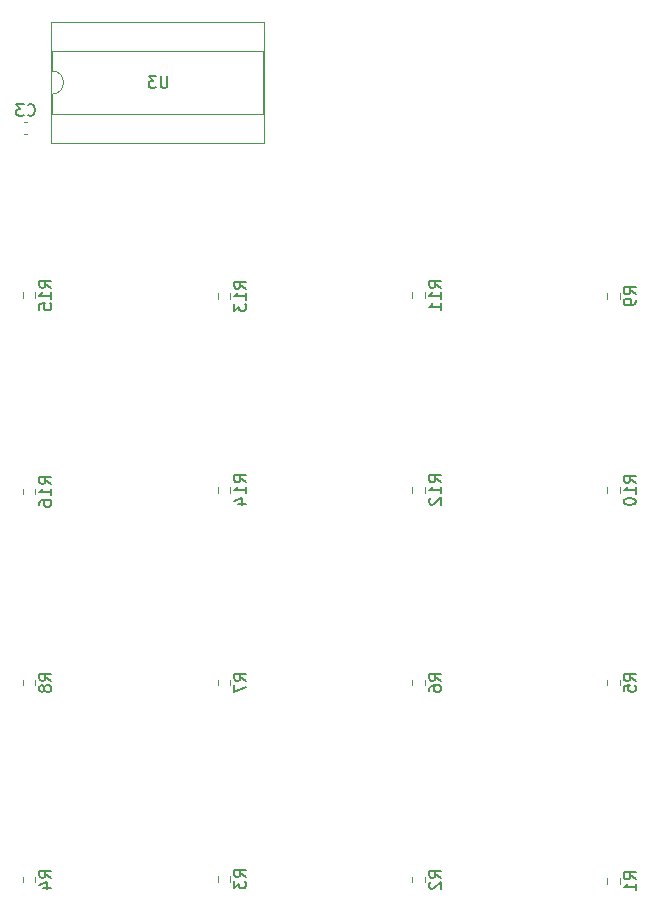
<source format=gbo>
%TF.GenerationSoftware,KiCad,Pcbnew,8.0.8*%
%TF.CreationDate,2025-02-24T16:27:27+09:00*%
%TF.ProjectId,keyboard,6b657962-6f61-4726-942e-6b696361645f,rev?*%
%TF.SameCoordinates,Original*%
%TF.FileFunction,Legend,Bot*%
%TF.FilePolarity,Positive*%
%FSLAX46Y46*%
G04 Gerber Fmt 4.6, Leading zero omitted, Abs format (unit mm)*
G04 Created by KiCad (PCBNEW 8.0.8) date 2025-02-24 16:27:27*
%MOMM*%
%LPD*%
G01*
G04 APERTURE LIST*
%ADD10C,0.150000*%
%ADD11C,0.120000*%
G04 APERTURE END LIST*
D10*
X127221904Y-72644819D02*
X127221904Y-73454342D01*
X127221904Y-73454342D02*
X127174285Y-73549580D01*
X127174285Y-73549580D02*
X127126666Y-73597200D01*
X127126666Y-73597200D02*
X127031428Y-73644819D01*
X127031428Y-73644819D02*
X126840952Y-73644819D01*
X126840952Y-73644819D02*
X126745714Y-73597200D01*
X126745714Y-73597200D02*
X126698095Y-73549580D01*
X126698095Y-73549580D02*
X126650476Y-73454342D01*
X126650476Y-73454342D02*
X126650476Y-72644819D01*
X126269523Y-72644819D02*
X125650476Y-72644819D01*
X125650476Y-72644819D02*
X125983809Y-73025771D01*
X125983809Y-73025771D02*
X125840952Y-73025771D01*
X125840952Y-73025771D02*
X125745714Y-73073390D01*
X125745714Y-73073390D02*
X125698095Y-73121009D01*
X125698095Y-73121009D02*
X125650476Y-73216247D01*
X125650476Y-73216247D02*
X125650476Y-73454342D01*
X125650476Y-73454342D02*
X125698095Y-73549580D01*
X125698095Y-73549580D02*
X125745714Y-73597200D01*
X125745714Y-73597200D02*
X125840952Y-73644819D01*
X125840952Y-73644819D02*
X126126666Y-73644819D01*
X126126666Y-73644819D02*
X126221904Y-73597200D01*
X126221904Y-73597200D02*
X126269523Y-73549580D01*
X133884819Y-123833333D02*
X133408628Y-123500000D01*
X133884819Y-123261905D02*
X132884819Y-123261905D01*
X132884819Y-123261905D02*
X132884819Y-123642857D01*
X132884819Y-123642857D02*
X132932438Y-123738095D01*
X132932438Y-123738095D02*
X132980057Y-123785714D01*
X132980057Y-123785714D02*
X133075295Y-123833333D01*
X133075295Y-123833333D02*
X133218152Y-123833333D01*
X133218152Y-123833333D02*
X133313390Y-123785714D01*
X133313390Y-123785714D02*
X133361009Y-123738095D01*
X133361009Y-123738095D02*
X133408628Y-123642857D01*
X133408628Y-123642857D02*
X133408628Y-123261905D01*
X132884819Y-124166667D02*
X132884819Y-124833333D01*
X132884819Y-124833333D02*
X133884819Y-124404762D01*
X115401666Y-75929580D02*
X115449285Y-75977200D01*
X115449285Y-75977200D02*
X115592142Y-76024819D01*
X115592142Y-76024819D02*
X115687380Y-76024819D01*
X115687380Y-76024819D02*
X115830237Y-75977200D01*
X115830237Y-75977200D02*
X115925475Y-75881961D01*
X115925475Y-75881961D02*
X115973094Y-75786723D01*
X115973094Y-75786723D02*
X116020713Y-75596247D01*
X116020713Y-75596247D02*
X116020713Y-75453390D01*
X116020713Y-75453390D02*
X115973094Y-75262914D01*
X115973094Y-75262914D02*
X115925475Y-75167676D01*
X115925475Y-75167676D02*
X115830237Y-75072438D01*
X115830237Y-75072438D02*
X115687380Y-75024819D01*
X115687380Y-75024819D02*
X115592142Y-75024819D01*
X115592142Y-75024819D02*
X115449285Y-75072438D01*
X115449285Y-75072438D02*
X115401666Y-75120057D01*
X115068332Y-75024819D02*
X114449285Y-75024819D01*
X114449285Y-75024819D02*
X114782618Y-75405771D01*
X114782618Y-75405771D02*
X114639761Y-75405771D01*
X114639761Y-75405771D02*
X114544523Y-75453390D01*
X114544523Y-75453390D02*
X114496904Y-75501009D01*
X114496904Y-75501009D02*
X114449285Y-75596247D01*
X114449285Y-75596247D02*
X114449285Y-75834342D01*
X114449285Y-75834342D02*
X114496904Y-75929580D01*
X114496904Y-75929580D02*
X114544523Y-75977200D01*
X114544523Y-75977200D02*
X114639761Y-76024819D01*
X114639761Y-76024819D02*
X114925475Y-76024819D01*
X114925475Y-76024819D02*
X115020713Y-75977200D01*
X115020713Y-75977200D02*
X115068332Y-75929580D01*
X166884819Y-140633333D02*
X166408628Y-140300000D01*
X166884819Y-140061905D02*
X165884819Y-140061905D01*
X165884819Y-140061905D02*
X165884819Y-140442857D01*
X165884819Y-140442857D02*
X165932438Y-140538095D01*
X165932438Y-140538095D02*
X165980057Y-140585714D01*
X165980057Y-140585714D02*
X166075295Y-140633333D01*
X166075295Y-140633333D02*
X166218152Y-140633333D01*
X166218152Y-140633333D02*
X166313390Y-140585714D01*
X166313390Y-140585714D02*
X166361009Y-140538095D01*
X166361009Y-140538095D02*
X166408628Y-140442857D01*
X166408628Y-140442857D02*
X166408628Y-140061905D01*
X166884819Y-141585714D02*
X166884819Y-141014286D01*
X166884819Y-141300000D02*
X165884819Y-141300000D01*
X165884819Y-141300000D02*
X166027676Y-141204762D01*
X166027676Y-141204762D02*
X166122914Y-141109524D01*
X166122914Y-141109524D02*
X166170533Y-141014286D01*
X166884819Y-107057142D02*
X166408628Y-106723809D01*
X166884819Y-106485714D02*
X165884819Y-106485714D01*
X165884819Y-106485714D02*
X165884819Y-106866666D01*
X165884819Y-106866666D02*
X165932438Y-106961904D01*
X165932438Y-106961904D02*
X165980057Y-107009523D01*
X165980057Y-107009523D02*
X166075295Y-107057142D01*
X166075295Y-107057142D02*
X166218152Y-107057142D01*
X166218152Y-107057142D02*
X166313390Y-107009523D01*
X166313390Y-107009523D02*
X166361009Y-106961904D01*
X166361009Y-106961904D02*
X166408628Y-106866666D01*
X166408628Y-106866666D02*
X166408628Y-106485714D01*
X166884819Y-108009523D02*
X166884819Y-107438095D01*
X166884819Y-107723809D02*
X165884819Y-107723809D01*
X165884819Y-107723809D02*
X166027676Y-107628571D01*
X166027676Y-107628571D02*
X166122914Y-107533333D01*
X166122914Y-107533333D02*
X166170533Y-107438095D01*
X165884819Y-108628571D02*
X165884819Y-108723809D01*
X165884819Y-108723809D02*
X165932438Y-108819047D01*
X165932438Y-108819047D02*
X165980057Y-108866666D01*
X165980057Y-108866666D02*
X166075295Y-108914285D01*
X166075295Y-108914285D02*
X166265771Y-108961904D01*
X166265771Y-108961904D02*
X166503866Y-108961904D01*
X166503866Y-108961904D02*
X166694342Y-108914285D01*
X166694342Y-108914285D02*
X166789580Y-108866666D01*
X166789580Y-108866666D02*
X166837200Y-108819047D01*
X166837200Y-108819047D02*
X166884819Y-108723809D01*
X166884819Y-108723809D02*
X166884819Y-108628571D01*
X166884819Y-108628571D02*
X166837200Y-108533333D01*
X166837200Y-108533333D02*
X166789580Y-108485714D01*
X166789580Y-108485714D02*
X166694342Y-108438095D01*
X166694342Y-108438095D02*
X166503866Y-108390476D01*
X166503866Y-108390476D02*
X166265771Y-108390476D01*
X166265771Y-108390476D02*
X166075295Y-108438095D01*
X166075295Y-108438095D02*
X165980057Y-108485714D01*
X165980057Y-108485714D02*
X165932438Y-108533333D01*
X165932438Y-108533333D02*
X165884819Y-108628571D01*
X133884819Y-107032142D02*
X133408628Y-106698809D01*
X133884819Y-106460714D02*
X132884819Y-106460714D01*
X132884819Y-106460714D02*
X132884819Y-106841666D01*
X132884819Y-106841666D02*
X132932438Y-106936904D01*
X132932438Y-106936904D02*
X132980057Y-106984523D01*
X132980057Y-106984523D02*
X133075295Y-107032142D01*
X133075295Y-107032142D02*
X133218152Y-107032142D01*
X133218152Y-107032142D02*
X133313390Y-106984523D01*
X133313390Y-106984523D02*
X133361009Y-106936904D01*
X133361009Y-106936904D02*
X133408628Y-106841666D01*
X133408628Y-106841666D02*
X133408628Y-106460714D01*
X133884819Y-107984523D02*
X133884819Y-107413095D01*
X133884819Y-107698809D02*
X132884819Y-107698809D01*
X132884819Y-107698809D02*
X133027676Y-107603571D01*
X133027676Y-107603571D02*
X133122914Y-107508333D01*
X133122914Y-107508333D02*
X133170533Y-107413095D01*
X133218152Y-108841666D02*
X133884819Y-108841666D01*
X132837200Y-108603571D02*
X133551485Y-108365476D01*
X133551485Y-108365476D02*
X133551485Y-108984523D01*
X166884819Y-91108333D02*
X166408628Y-90775000D01*
X166884819Y-90536905D02*
X165884819Y-90536905D01*
X165884819Y-90536905D02*
X165884819Y-90917857D01*
X165884819Y-90917857D02*
X165932438Y-91013095D01*
X165932438Y-91013095D02*
X165980057Y-91060714D01*
X165980057Y-91060714D02*
X166075295Y-91108333D01*
X166075295Y-91108333D02*
X166218152Y-91108333D01*
X166218152Y-91108333D02*
X166313390Y-91060714D01*
X166313390Y-91060714D02*
X166361009Y-91013095D01*
X166361009Y-91013095D02*
X166408628Y-90917857D01*
X166408628Y-90917857D02*
X166408628Y-90536905D01*
X166884819Y-91584524D02*
X166884819Y-91775000D01*
X166884819Y-91775000D02*
X166837200Y-91870238D01*
X166837200Y-91870238D02*
X166789580Y-91917857D01*
X166789580Y-91917857D02*
X166646723Y-92013095D01*
X166646723Y-92013095D02*
X166456247Y-92060714D01*
X166456247Y-92060714D02*
X166075295Y-92060714D01*
X166075295Y-92060714D02*
X165980057Y-92013095D01*
X165980057Y-92013095D02*
X165932438Y-91965476D01*
X165932438Y-91965476D02*
X165884819Y-91870238D01*
X165884819Y-91870238D02*
X165884819Y-91679762D01*
X165884819Y-91679762D02*
X165932438Y-91584524D01*
X165932438Y-91584524D02*
X165980057Y-91536905D01*
X165980057Y-91536905D02*
X166075295Y-91489286D01*
X166075295Y-91489286D02*
X166313390Y-91489286D01*
X166313390Y-91489286D02*
X166408628Y-91536905D01*
X166408628Y-91536905D02*
X166456247Y-91584524D01*
X166456247Y-91584524D02*
X166503866Y-91679762D01*
X166503866Y-91679762D02*
X166503866Y-91870238D01*
X166503866Y-91870238D02*
X166456247Y-91965476D01*
X166456247Y-91965476D02*
X166408628Y-92013095D01*
X166408628Y-92013095D02*
X166313390Y-92060714D01*
X117384819Y-140508333D02*
X116908628Y-140175000D01*
X117384819Y-139936905D02*
X116384819Y-139936905D01*
X116384819Y-139936905D02*
X116384819Y-140317857D01*
X116384819Y-140317857D02*
X116432438Y-140413095D01*
X116432438Y-140413095D02*
X116480057Y-140460714D01*
X116480057Y-140460714D02*
X116575295Y-140508333D01*
X116575295Y-140508333D02*
X116718152Y-140508333D01*
X116718152Y-140508333D02*
X116813390Y-140460714D01*
X116813390Y-140460714D02*
X116861009Y-140413095D01*
X116861009Y-140413095D02*
X116908628Y-140317857D01*
X116908628Y-140317857D02*
X116908628Y-139936905D01*
X116718152Y-141365476D02*
X117384819Y-141365476D01*
X116337200Y-141127381D02*
X117051485Y-140889286D01*
X117051485Y-140889286D02*
X117051485Y-141508333D01*
X150384819Y-90557142D02*
X149908628Y-90223809D01*
X150384819Y-89985714D02*
X149384819Y-89985714D01*
X149384819Y-89985714D02*
X149384819Y-90366666D01*
X149384819Y-90366666D02*
X149432438Y-90461904D01*
X149432438Y-90461904D02*
X149480057Y-90509523D01*
X149480057Y-90509523D02*
X149575295Y-90557142D01*
X149575295Y-90557142D02*
X149718152Y-90557142D01*
X149718152Y-90557142D02*
X149813390Y-90509523D01*
X149813390Y-90509523D02*
X149861009Y-90461904D01*
X149861009Y-90461904D02*
X149908628Y-90366666D01*
X149908628Y-90366666D02*
X149908628Y-89985714D01*
X150384819Y-91509523D02*
X150384819Y-90938095D01*
X150384819Y-91223809D02*
X149384819Y-91223809D01*
X149384819Y-91223809D02*
X149527676Y-91128571D01*
X149527676Y-91128571D02*
X149622914Y-91033333D01*
X149622914Y-91033333D02*
X149670533Y-90938095D01*
X150384819Y-92461904D02*
X150384819Y-91890476D01*
X150384819Y-92176190D02*
X149384819Y-92176190D01*
X149384819Y-92176190D02*
X149527676Y-92080952D01*
X149527676Y-92080952D02*
X149622914Y-91985714D01*
X149622914Y-91985714D02*
X149670533Y-91890476D01*
X133884819Y-90632142D02*
X133408628Y-90298809D01*
X133884819Y-90060714D02*
X132884819Y-90060714D01*
X132884819Y-90060714D02*
X132884819Y-90441666D01*
X132884819Y-90441666D02*
X132932438Y-90536904D01*
X132932438Y-90536904D02*
X132980057Y-90584523D01*
X132980057Y-90584523D02*
X133075295Y-90632142D01*
X133075295Y-90632142D02*
X133218152Y-90632142D01*
X133218152Y-90632142D02*
X133313390Y-90584523D01*
X133313390Y-90584523D02*
X133361009Y-90536904D01*
X133361009Y-90536904D02*
X133408628Y-90441666D01*
X133408628Y-90441666D02*
X133408628Y-90060714D01*
X133884819Y-91584523D02*
X133884819Y-91013095D01*
X133884819Y-91298809D02*
X132884819Y-91298809D01*
X132884819Y-91298809D02*
X133027676Y-91203571D01*
X133027676Y-91203571D02*
X133122914Y-91108333D01*
X133122914Y-91108333D02*
X133170533Y-91013095D01*
X132884819Y-91917857D02*
X132884819Y-92536904D01*
X132884819Y-92536904D02*
X133265771Y-92203571D01*
X133265771Y-92203571D02*
X133265771Y-92346428D01*
X133265771Y-92346428D02*
X133313390Y-92441666D01*
X133313390Y-92441666D02*
X133361009Y-92489285D01*
X133361009Y-92489285D02*
X133456247Y-92536904D01*
X133456247Y-92536904D02*
X133694342Y-92536904D01*
X133694342Y-92536904D02*
X133789580Y-92489285D01*
X133789580Y-92489285D02*
X133837200Y-92441666D01*
X133837200Y-92441666D02*
X133884819Y-92346428D01*
X133884819Y-92346428D02*
X133884819Y-92060714D01*
X133884819Y-92060714D02*
X133837200Y-91965476D01*
X133837200Y-91965476D02*
X133789580Y-91917857D01*
X133884819Y-140458333D02*
X133408628Y-140125000D01*
X133884819Y-139886905D02*
X132884819Y-139886905D01*
X132884819Y-139886905D02*
X132884819Y-140267857D01*
X132884819Y-140267857D02*
X132932438Y-140363095D01*
X132932438Y-140363095D02*
X132980057Y-140410714D01*
X132980057Y-140410714D02*
X133075295Y-140458333D01*
X133075295Y-140458333D02*
X133218152Y-140458333D01*
X133218152Y-140458333D02*
X133313390Y-140410714D01*
X133313390Y-140410714D02*
X133361009Y-140363095D01*
X133361009Y-140363095D02*
X133408628Y-140267857D01*
X133408628Y-140267857D02*
X133408628Y-139886905D01*
X132884819Y-140791667D02*
X132884819Y-141410714D01*
X132884819Y-141410714D02*
X133265771Y-141077381D01*
X133265771Y-141077381D02*
X133265771Y-141220238D01*
X133265771Y-141220238D02*
X133313390Y-141315476D01*
X133313390Y-141315476D02*
X133361009Y-141363095D01*
X133361009Y-141363095D02*
X133456247Y-141410714D01*
X133456247Y-141410714D02*
X133694342Y-141410714D01*
X133694342Y-141410714D02*
X133789580Y-141363095D01*
X133789580Y-141363095D02*
X133837200Y-141315476D01*
X133837200Y-141315476D02*
X133884819Y-141220238D01*
X133884819Y-141220238D02*
X133884819Y-140934524D01*
X133884819Y-140934524D02*
X133837200Y-140839286D01*
X133837200Y-140839286D02*
X133789580Y-140791667D01*
X117384819Y-107182142D02*
X116908628Y-106848809D01*
X117384819Y-106610714D02*
X116384819Y-106610714D01*
X116384819Y-106610714D02*
X116384819Y-106991666D01*
X116384819Y-106991666D02*
X116432438Y-107086904D01*
X116432438Y-107086904D02*
X116480057Y-107134523D01*
X116480057Y-107134523D02*
X116575295Y-107182142D01*
X116575295Y-107182142D02*
X116718152Y-107182142D01*
X116718152Y-107182142D02*
X116813390Y-107134523D01*
X116813390Y-107134523D02*
X116861009Y-107086904D01*
X116861009Y-107086904D02*
X116908628Y-106991666D01*
X116908628Y-106991666D02*
X116908628Y-106610714D01*
X117384819Y-108134523D02*
X117384819Y-107563095D01*
X117384819Y-107848809D02*
X116384819Y-107848809D01*
X116384819Y-107848809D02*
X116527676Y-107753571D01*
X116527676Y-107753571D02*
X116622914Y-107658333D01*
X116622914Y-107658333D02*
X116670533Y-107563095D01*
X116384819Y-108991666D02*
X116384819Y-108801190D01*
X116384819Y-108801190D02*
X116432438Y-108705952D01*
X116432438Y-108705952D02*
X116480057Y-108658333D01*
X116480057Y-108658333D02*
X116622914Y-108563095D01*
X116622914Y-108563095D02*
X116813390Y-108515476D01*
X116813390Y-108515476D02*
X117194342Y-108515476D01*
X117194342Y-108515476D02*
X117289580Y-108563095D01*
X117289580Y-108563095D02*
X117337200Y-108610714D01*
X117337200Y-108610714D02*
X117384819Y-108705952D01*
X117384819Y-108705952D02*
X117384819Y-108896428D01*
X117384819Y-108896428D02*
X117337200Y-108991666D01*
X117337200Y-108991666D02*
X117289580Y-109039285D01*
X117289580Y-109039285D02*
X117194342Y-109086904D01*
X117194342Y-109086904D02*
X116956247Y-109086904D01*
X116956247Y-109086904D02*
X116861009Y-109039285D01*
X116861009Y-109039285D02*
X116813390Y-108991666D01*
X116813390Y-108991666D02*
X116765771Y-108896428D01*
X116765771Y-108896428D02*
X116765771Y-108705952D01*
X116765771Y-108705952D02*
X116813390Y-108610714D01*
X116813390Y-108610714D02*
X116861009Y-108563095D01*
X116861009Y-108563095D02*
X116956247Y-108515476D01*
X150384819Y-123833333D02*
X149908628Y-123500000D01*
X150384819Y-123261905D02*
X149384819Y-123261905D01*
X149384819Y-123261905D02*
X149384819Y-123642857D01*
X149384819Y-123642857D02*
X149432438Y-123738095D01*
X149432438Y-123738095D02*
X149480057Y-123785714D01*
X149480057Y-123785714D02*
X149575295Y-123833333D01*
X149575295Y-123833333D02*
X149718152Y-123833333D01*
X149718152Y-123833333D02*
X149813390Y-123785714D01*
X149813390Y-123785714D02*
X149861009Y-123738095D01*
X149861009Y-123738095D02*
X149908628Y-123642857D01*
X149908628Y-123642857D02*
X149908628Y-123261905D01*
X149384819Y-124690476D02*
X149384819Y-124500000D01*
X149384819Y-124500000D02*
X149432438Y-124404762D01*
X149432438Y-124404762D02*
X149480057Y-124357143D01*
X149480057Y-124357143D02*
X149622914Y-124261905D01*
X149622914Y-124261905D02*
X149813390Y-124214286D01*
X149813390Y-124214286D02*
X150194342Y-124214286D01*
X150194342Y-124214286D02*
X150289580Y-124261905D01*
X150289580Y-124261905D02*
X150337200Y-124309524D01*
X150337200Y-124309524D02*
X150384819Y-124404762D01*
X150384819Y-124404762D02*
X150384819Y-124595238D01*
X150384819Y-124595238D02*
X150337200Y-124690476D01*
X150337200Y-124690476D02*
X150289580Y-124738095D01*
X150289580Y-124738095D02*
X150194342Y-124785714D01*
X150194342Y-124785714D02*
X149956247Y-124785714D01*
X149956247Y-124785714D02*
X149861009Y-124738095D01*
X149861009Y-124738095D02*
X149813390Y-124690476D01*
X149813390Y-124690476D02*
X149765771Y-124595238D01*
X149765771Y-124595238D02*
X149765771Y-124404762D01*
X149765771Y-124404762D02*
X149813390Y-124309524D01*
X149813390Y-124309524D02*
X149861009Y-124261905D01*
X149861009Y-124261905D02*
X149956247Y-124214286D01*
X150384819Y-140508333D02*
X149908628Y-140175000D01*
X150384819Y-139936905D02*
X149384819Y-139936905D01*
X149384819Y-139936905D02*
X149384819Y-140317857D01*
X149384819Y-140317857D02*
X149432438Y-140413095D01*
X149432438Y-140413095D02*
X149480057Y-140460714D01*
X149480057Y-140460714D02*
X149575295Y-140508333D01*
X149575295Y-140508333D02*
X149718152Y-140508333D01*
X149718152Y-140508333D02*
X149813390Y-140460714D01*
X149813390Y-140460714D02*
X149861009Y-140413095D01*
X149861009Y-140413095D02*
X149908628Y-140317857D01*
X149908628Y-140317857D02*
X149908628Y-139936905D01*
X149480057Y-140889286D02*
X149432438Y-140936905D01*
X149432438Y-140936905D02*
X149384819Y-141032143D01*
X149384819Y-141032143D02*
X149384819Y-141270238D01*
X149384819Y-141270238D02*
X149432438Y-141365476D01*
X149432438Y-141365476D02*
X149480057Y-141413095D01*
X149480057Y-141413095D02*
X149575295Y-141460714D01*
X149575295Y-141460714D02*
X149670533Y-141460714D01*
X149670533Y-141460714D02*
X149813390Y-141413095D01*
X149813390Y-141413095D02*
X150384819Y-140841667D01*
X150384819Y-140841667D02*
X150384819Y-141460714D01*
X117384819Y-123833333D02*
X116908628Y-123500000D01*
X117384819Y-123261905D02*
X116384819Y-123261905D01*
X116384819Y-123261905D02*
X116384819Y-123642857D01*
X116384819Y-123642857D02*
X116432438Y-123738095D01*
X116432438Y-123738095D02*
X116480057Y-123785714D01*
X116480057Y-123785714D02*
X116575295Y-123833333D01*
X116575295Y-123833333D02*
X116718152Y-123833333D01*
X116718152Y-123833333D02*
X116813390Y-123785714D01*
X116813390Y-123785714D02*
X116861009Y-123738095D01*
X116861009Y-123738095D02*
X116908628Y-123642857D01*
X116908628Y-123642857D02*
X116908628Y-123261905D01*
X116813390Y-124404762D02*
X116765771Y-124309524D01*
X116765771Y-124309524D02*
X116718152Y-124261905D01*
X116718152Y-124261905D02*
X116622914Y-124214286D01*
X116622914Y-124214286D02*
X116575295Y-124214286D01*
X116575295Y-124214286D02*
X116480057Y-124261905D01*
X116480057Y-124261905D02*
X116432438Y-124309524D01*
X116432438Y-124309524D02*
X116384819Y-124404762D01*
X116384819Y-124404762D02*
X116384819Y-124595238D01*
X116384819Y-124595238D02*
X116432438Y-124690476D01*
X116432438Y-124690476D02*
X116480057Y-124738095D01*
X116480057Y-124738095D02*
X116575295Y-124785714D01*
X116575295Y-124785714D02*
X116622914Y-124785714D01*
X116622914Y-124785714D02*
X116718152Y-124738095D01*
X116718152Y-124738095D02*
X116765771Y-124690476D01*
X116765771Y-124690476D02*
X116813390Y-124595238D01*
X116813390Y-124595238D02*
X116813390Y-124404762D01*
X116813390Y-124404762D02*
X116861009Y-124309524D01*
X116861009Y-124309524D02*
X116908628Y-124261905D01*
X116908628Y-124261905D02*
X117003866Y-124214286D01*
X117003866Y-124214286D02*
X117194342Y-124214286D01*
X117194342Y-124214286D02*
X117289580Y-124261905D01*
X117289580Y-124261905D02*
X117337200Y-124309524D01*
X117337200Y-124309524D02*
X117384819Y-124404762D01*
X117384819Y-124404762D02*
X117384819Y-124595238D01*
X117384819Y-124595238D02*
X117337200Y-124690476D01*
X117337200Y-124690476D02*
X117289580Y-124738095D01*
X117289580Y-124738095D02*
X117194342Y-124785714D01*
X117194342Y-124785714D02*
X117003866Y-124785714D01*
X117003866Y-124785714D02*
X116908628Y-124738095D01*
X116908628Y-124738095D02*
X116861009Y-124690476D01*
X116861009Y-124690476D02*
X116813390Y-124595238D01*
X117384819Y-90557142D02*
X116908628Y-90223809D01*
X117384819Y-89985714D02*
X116384819Y-89985714D01*
X116384819Y-89985714D02*
X116384819Y-90366666D01*
X116384819Y-90366666D02*
X116432438Y-90461904D01*
X116432438Y-90461904D02*
X116480057Y-90509523D01*
X116480057Y-90509523D02*
X116575295Y-90557142D01*
X116575295Y-90557142D02*
X116718152Y-90557142D01*
X116718152Y-90557142D02*
X116813390Y-90509523D01*
X116813390Y-90509523D02*
X116861009Y-90461904D01*
X116861009Y-90461904D02*
X116908628Y-90366666D01*
X116908628Y-90366666D02*
X116908628Y-89985714D01*
X117384819Y-91509523D02*
X117384819Y-90938095D01*
X117384819Y-91223809D02*
X116384819Y-91223809D01*
X116384819Y-91223809D02*
X116527676Y-91128571D01*
X116527676Y-91128571D02*
X116622914Y-91033333D01*
X116622914Y-91033333D02*
X116670533Y-90938095D01*
X116384819Y-92414285D02*
X116384819Y-91938095D01*
X116384819Y-91938095D02*
X116861009Y-91890476D01*
X116861009Y-91890476D02*
X116813390Y-91938095D01*
X116813390Y-91938095D02*
X116765771Y-92033333D01*
X116765771Y-92033333D02*
X116765771Y-92271428D01*
X116765771Y-92271428D02*
X116813390Y-92366666D01*
X116813390Y-92366666D02*
X116861009Y-92414285D01*
X116861009Y-92414285D02*
X116956247Y-92461904D01*
X116956247Y-92461904D02*
X117194342Y-92461904D01*
X117194342Y-92461904D02*
X117289580Y-92414285D01*
X117289580Y-92414285D02*
X117337200Y-92366666D01*
X117337200Y-92366666D02*
X117384819Y-92271428D01*
X117384819Y-92271428D02*
X117384819Y-92033333D01*
X117384819Y-92033333D02*
X117337200Y-91938095D01*
X117337200Y-91938095D02*
X117289580Y-91890476D01*
X150384819Y-107032142D02*
X149908628Y-106698809D01*
X150384819Y-106460714D02*
X149384819Y-106460714D01*
X149384819Y-106460714D02*
X149384819Y-106841666D01*
X149384819Y-106841666D02*
X149432438Y-106936904D01*
X149432438Y-106936904D02*
X149480057Y-106984523D01*
X149480057Y-106984523D02*
X149575295Y-107032142D01*
X149575295Y-107032142D02*
X149718152Y-107032142D01*
X149718152Y-107032142D02*
X149813390Y-106984523D01*
X149813390Y-106984523D02*
X149861009Y-106936904D01*
X149861009Y-106936904D02*
X149908628Y-106841666D01*
X149908628Y-106841666D02*
X149908628Y-106460714D01*
X150384819Y-107984523D02*
X150384819Y-107413095D01*
X150384819Y-107698809D02*
X149384819Y-107698809D01*
X149384819Y-107698809D02*
X149527676Y-107603571D01*
X149527676Y-107603571D02*
X149622914Y-107508333D01*
X149622914Y-107508333D02*
X149670533Y-107413095D01*
X149480057Y-108365476D02*
X149432438Y-108413095D01*
X149432438Y-108413095D02*
X149384819Y-108508333D01*
X149384819Y-108508333D02*
X149384819Y-108746428D01*
X149384819Y-108746428D02*
X149432438Y-108841666D01*
X149432438Y-108841666D02*
X149480057Y-108889285D01*
X149480057Y-108889285D02*
X149575295Y-108936904D01*
X149575295Y-108936904D02*
X149670533Y-108936904D01*
X149670533Y-108936904D02*
X149813390Y-108889285D01*
X149813390Y-108889285D02*
X150384819Y-108317857D01*
X150384819Y-108317857D02*
X150384819Y-108936904D01*
X166884819Y-123833333D02*
X166408628Y-123500000D01*
X166884819Y-123261905D02*
X165884819Y-123261905D01*
X165884819Y-123261905D02*
X165884819Y-123642857D01*
X165884819Y-123642857D02*
X165932438Y-123738095D01*
X165932438Y-123738095D02*
X165980057Y-123785714D01*
X165980057Y-123785714D02*
X166075295Y-123833333D01*
X166075295Y-123833333D02*
X166218152Y-123833333D01*
X166218152Y-123833333D02*
X166313390Y-123785714D01*
X166313390Y-123785714D02*
X166361009Y-123738095D01*
X166361009Y-123738095D02*
X166408628Y-123642857D01*
X166408628Y-123642857D02*
X166408628Y-123261905D01*
X165884819Y-124738095D02*
X165884819Y-124261905D01*
X165884819Y-124261905D02*
X166361009Y-124214286D01*
X166361009Y-124214286D02*
X166313390Y-124261905D01*
X166313390Y-124261905D02*
X166265771Y-124357143D01*
X166265771Y-124357143D02*
X166265771Y-124595238D01*
X166265771Y-124595238D02*
X166313390Y-124690476D01*
X166313390Y-124690476D02*
X166361009Y-124738095D01*
X166361009Y-124738095D02*
X166456247Y-124785714D01*
X166456247Y-124785714D02*
X166694342Y-124785714D01*
X166694342Y-124785714D02*
X166789580Y-124738095D01*
X166789580Y-124738095D02*
X166837200Y-124690476D01*
X166837200Y-124690476D02*
X166884819Y-124595238D01*
X166884819Y-124595238D02*
X166884819Y-124357143D01*
X166884819Y-124357143D02*
X166837200Y-124261905D01*
X166837200Y-124261905D02*
X166789580Y-124214286D01*
D11*
%TO.C,U3*%
X117370000Y-68050000D02*
X117370000Y-78330000D01*
X117370000Y-78330000D02*
X135390000Y-78330000D01*
X117430000Y-70540000D02*
X117430000Y-72190000D01*
X117430000Y-74190000D02*
X117430000Y-75840000D01*
X117430000Y-75840000D02*
X135330000Y-75840000D01*
X135330000Y-70540000D02*
X117430000Y-70540000D01*
X135330000Y-75840000D02*
X135330000Y-70540000D01*
X135390000Y-68050000D02*
X117370000Y-68050000D01*
X135390000Y-78330000D02*
X135390000Y-68050000D01*
X117430000Y-72190000D02*
G75*
G02*
X117430000Y-74190000I0J-1000000D01*
G01*
%TO.C,R7*%
X131477500Y-123762742D02*
X131477500Y-124237258D01*
X132522500Y-123762742D02*
X132522500Y-124237258D01*
%TO.C,C3*%
X115094420Y-76490000D02*
X115375580Y-76490000D01*
X115094420Y-77510000D02*
X115375580Y-77510000D01*
%TO.C,R1*%
X164477500Y-140562742D02*
X164477500Y-141037258D01*
X165522500Y-140562742D02*
X165522500Y-141037258D01*
%TO.C,R10*%
X164477500Y-107462742D02*
X164477500Y-107937258D01*
X165522500Y-107462742D02*
X165522500Y-107937258D01*
%TO.C,R14*%
X131477500Y-107437742D02*
X131477500Y-107912258D01*
X132522500Y-107437742D02*
X132522500Y-107912258D01*
%TO.C,R9*%
X164477500Y-91037742D02*
X164477500Y-91512258D01*
X165522500Y-91037742D02*
X165522500Y-91512258D01*
%TO.C,R4*%
X114977500Y-140437742D02*
X114977500Y-140912258D01*
X116022500Y-140437742D02*
X116022500Y-140912258D01*
%TO.C,R11*%
X147977500Y-90962742D02*
X147977500Y-91437258D01*
X149022500Y-90962742D02*
X149022500Y-91437258D01*
%TO.C,R13*%
X131477500Y-91037742D02*
X131477500Y-91512258D01*
X132522500Y-91037742D02*
X132522500Y-91512258D01*
%TO.C,R3*%
X131477500Y-140387742D02*
X131477500Y-140862258D01*
X132522500Y-140387742D02*
X132522500Y-140862258D01*
%TO.C,R16*%
X114977500Y-107587742D02*
X114977500Y-108062258D01*
X116022500Y-107587742D02*
X116022500Y-108062258D01*
%TO.C,R6*%
X147977500Y-123762742D02*
X147977500Y-124237258D01*
X149022500Y-123762742D02*
X149022500Y-124237258D01*
%TO.C,R2*%
X147977500Y-140437742D02*
X147977500Y-140912258D01*
X149022500Y-140437742D02*
X149022500Y-140912258D01*
%TO.C,R8*%
X114977500Y-123762742D02*
X114977500Y-124237258D01*
X116022500Y-123762742D02*
X116022500Y-124237258D01*
%TO.C,R15*%
X114977500Y-90962742D02*
X114977500Y-91437258D01*
X116022500Y-90962742D02*
X116022500Y-91437258D01*
%TO.C,R12*%
X147977500Y-107437742D02*
X147977500Y-107912258D01*
X149022500Y-107437742D02*
X149022500Y-107912258D01*
%TO.C,R5*%
X164477500Y-123762742D02*
X164477500Y-124237258D01*
X165522500Y-123762742D02*
X165522500Y-124237258D01*
%TD*%
M02*

</source>
